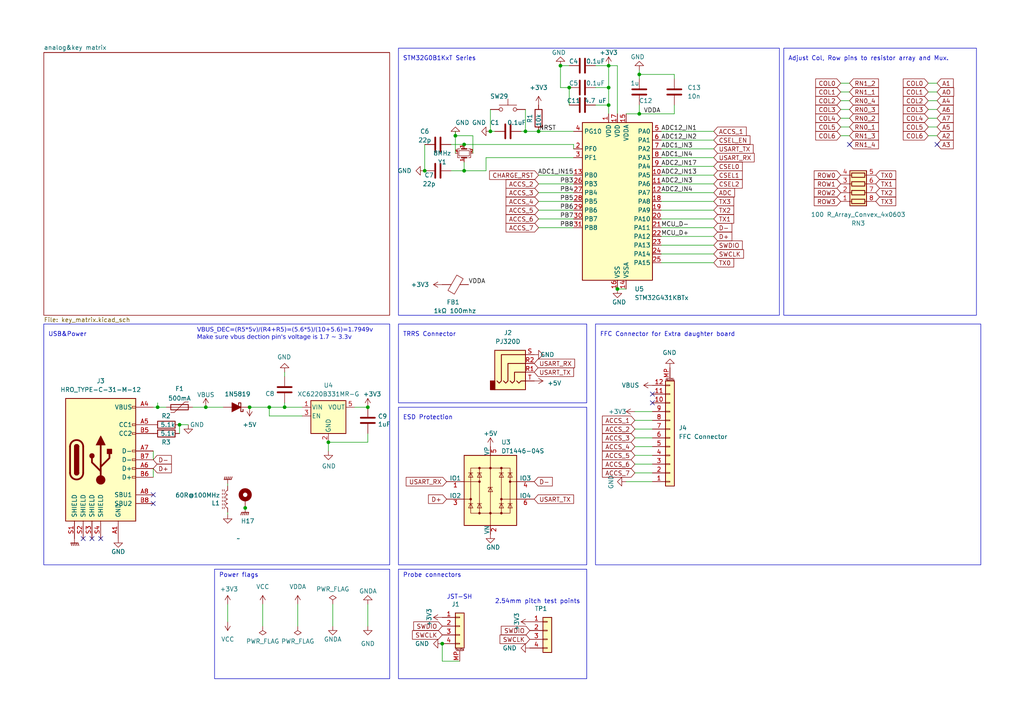
<source format=kicad_sch>
(kicad_sch (version 20230121) (generator eeschema)
  (paper "A4")
  (title_block (title "Corne EEC - Keyboard Right") (date "2023-07-18") (rev "1.0") (comment 2 "MIT License"))
  (lib_symbols
    (symbol "Connector_Audio:AudioJack4"
      (property "Reference" "J" (at 0 8.89 0))
      (property "Value" "AudioJack4" (at 0 6.35 0))
      (symbol "AudioJack4_1_1"
        (pin passive line (at 5.08 -2.54 180) (length 2.54) (name "~") (number "R1"))
        (pin passive line (at 5.08 0 180) (length 2.54) (name "~") (number "R2"))
        (pin passive line (at 5.08 2.54 180) (length 2.54) (name "~") (number "S"))
        (pin passive line (at 5.08 -5.08 180) (length 2.54) (name "~") (number "T"))
      )
    )
    (symbol "Connector_Generic:Conn_01x04" (pin_names (offset 1.016) hide)
      (property "Reference" "J" (at 0 5.08 0))
      (property "Value" "Conn_01x04" (at 0 -7.62 0))
      (symbol "Conn_01x04_1_1"
        (pin passive line (at -5.08 2.54 0) (length 3.81) (name "Pin_1") (number "1"))
        (pin passive line (at -5.08 0 0) (length 3.81) (name "Pin_2") (number "2"))
        (pin passive line (at -5.08 -2.54 0) (length 3.81) (name "Pin_3") (number "3"))
        (pin passive line (at -5.08 -5.08 0) (length 3.81) (name "Pin_4") (number "4"))
      )
    )
    (symbol "Connector_Generic_MountingPin:Conn_01x04_MountingPin" (pin_names (offset 1.016) hide)
      (property "Reference" "J" (at 0 5.08 0))
      (property "Value" "Conn_01x04_MountingPin" (at 1.27 -7.62 0))
      (symbol "Conn_01x04_MountingPin_1_1"
        (text "Mounting" (at 0 -6.731 0) (effects (font (size 0.381 0.381))))
        (pin passive line (at -5.08 2.54 0) (length 3.81) (name "Pin_1") (number "1"))
        (pin passive line (at -5.08 0 0) (length 3.81) (name "Pin_2") (number "2"))
        (pin passive line (at -5.08 -2.54 0) (length 3.81) (name "Pin_3") (number "3"))
        (pin passive line (at -5.08 -5.08 0) (length 3.81) (name "Pin_4") (number "4"))
        (pin passive line (at 0 -10.16 90) (length 3.048) (name "MountPin") (number "MP"))
      )
    )
    (symbol "Connector_Generic_MountingPin:Conn_01x12_MountingPin" (pin_names (offset 1.016) hide)
      (property "Reference" "J" (at 0 15.24 0))
      (property "Value" "Conn_01x12_MountingPin" (at 1.27 -17.78 0))
      (symbol "Conn_01x12_MountingPin_1_1"
        (text "Mounting" (at 0 -16.891 0) (effects (font (size 0.381 0.381))))
        (pin passive line (at -5.08 12.7 0) (length 3.81) (name "Pin_1") (number "1"))
        (pin passive line (at -5.08 -10.16 0) (length 3.81) (name "Pin_10") (number "10"))
        (pin passive line (at -5.08 -12.7 0) (length 3.81) (name "Pin_11") (number "11"))
        (pin passive line (at -5.08 -15.24 0) (length 3.81) (name "Pin_12") (number "12"))
        (pin passive line (at -5.08 10.16 0) (length 3.81) (name "Pin_2") (number "2"))
        (pin passive line (at -5.08 7.62 0) (length 3.81) (name "Pin_3") (number "3"))
        (pin passive line (at -5.08 5.08 0) (length 3.81) (name "Pin_4") (number "4"))
        (pin passive line (at -5.08 2.54 0) (length 3.81) (name "Pin_5") (number "5"))
        (pin passive line (at -5.08 0 0) (length 3.81) (name "Pin_6") (number "6"))
        (pin passive line (at -5.08 -2.54 0) (length 3.81) (name "Pin_7") (number "7"))
        (pin passive line (at -5.08 -5.08 0) (length 3.81) (name "Pin_8") (number "8"))
        (pin passive line (at -5.08 -7.62 0) (length 3.81) (name "Pin_9") (number "9"))
        (pin passive line (at 0 -20.32 90) (length 3.048) (name "MountPin") (number "MP"))
      )
    )
    (symbol "Device:C" (pin_numbers hide) (pin_names (offset 0.254))
      (property "Reference" "C" (at 0.635 2.54 0))
      (property "Value" "C" (at 0.635 -2.54 0))
      (symbol "C_1_1"
        (pin passive line (at 0 3.81 270) (length 2.794) (name "~") (number "1"))
        (pin passive line (at 0 -3.81 90) (length 2.794) (name "~") (number "2"))
      )
    )
    (symbol "Device:Crystal_GND24_Small" (pin_names (offset 1.016) hide)
      (property "Reference" "Y" (at 1.27 4.445 0))
      (property "Value" "Crystal_GND24_Small" (at 1.27 2.54 0))
      (symbol "Crystal_GND24_Small_1_1"
        (pin passive line (at -2.54 0 0) (length 1.27) (name "1") (number "1"))
        (pin passive line (at 0 -2.54 90) (length 0.635) (name "2") (number "2"))
        (pin passive line (at 2.54 0 180) (length 1.27) (name "3") (number "3"))
        (pin passive line (at 0 2.54 270) (length 0.635) (name "4") (number "4"))
      )
    )
    (symbol "Device:FerriteBead" (pin_numbers hide) (pin_names (offset 0))
      (property "Reference" "FB" (at -3.81 0.635 90))
      (property "Value" "FerriteBead" (at 3.81 0 90))
      (symbol "FerriteBead_1_1"
        (pin passive line (at 0 3.81 270) (length 2.54) (name "~") (number "1"))
        (pin passive line (at 0 -3.81 90) (length 2.54) (name "~") (number "2"))
      )
    )
    (symbol "Device:Polyfuse" (pin_numbers hide) (pin_names (offset 0))
      (property "Reference" "F" (at -2.54 0 90))
      (property "Value" "Polyfuse" (at 2.54 0 90))
      (symbol "Polyfuse_1_1"
        (pin passive line (at 0 3.81 270) (length 1.27) (name "~") (number "1"))
        (pin passive line (at 0 -3.81 90) (length 1.27) (name "~") (number "2"))
      )
    )
    (symbol "Device:R" (pin_numbers hide) (pin_names (offset 0))
      (property "Reference" "R" (at 2.032 0 90))
      (property "Value" "R" (at 0 0 90))
      (symbol "R_1_1"
        (pin passive line (at 0 3.81 270) (length 1.27) (name "~") (number "1"))
        (pin passive line (at 0 -3.81 90) (length 1.27) (name "~") (number "2"))
      )
    )
    (symbol "GNDPWR_1" (power) (pin_numbers hide) (pin_names (offset 0) hide)
      (property "Value" "GNDPWR_1" (at 0 -3.302 0))
      (symbol "GNDPWR_1_1_1"
        (pin power_in line (at 0 0 270) (length 0) hide (name "GNDPWR") (number "1"))
      )
    )
    (symbol "GND_1" (power) (pin_numbers hide) (pin_names (offset 0) hide)
      (property "Value" "GND_1" (at 0 -3.81 0))
      (symbol "GND_1_1_1"
        (pin power_in line (at 0 0 270) (length 0) hide (name "GND") (number "1"))
      )
    )
    (symbol "MCU_ST_STM32G4:STM32G431KBTx"
      (property "Reference" "U" (at -10.16 24.13 0))
      (property "Value" "STM32G431KBTx" (at 5.08 24.13 0))
      (symbol "STM32G431KBTx_1_1"
        (pin power_in line (at -2.54 25.4 270) (length 2.54) (name "VDD") (number "1"))
        (pin bidirectional line (at 12.7 7.62 180) (length 2.54) (name "PA5") (number "10"))
        (pin bidirectional line (at 12.7 5.08 180) (length 2.54) (name "PA6") (number "11"))
        (pin bidirectional line (at 12.7 2.54 180) (length 2.54) (name "PA7") (number "12"))
        (pin bidirectional line (at -12.7 7.62 0) (length 2.54) (name "PB0") (number "13"))
        (pin power_in line (at 2.54 -25.4 90) (length 2.54) (name "VSSA") (number "14"))
        (pin power_in line (at 2.54 25.4 270) (length 2.54) (name "VDDA") (number "15"))
        (pin power_in line (at 0 -25.4 90) (length 2.54) (name "VSS") (number "16"))
        (pin power_in line (at 0 25.4 270) (length 2.54) (name "VDD") (number "17"))
        (pin bidirectional line (at 12.7 0 180) (length 2.54) (name "PA8") (number "18"))
        (pin bidirectional line (at 12.7 -2.54 180) (length 2.54) (name "PA9") (number "19"))
        (pin bidirectional line (at -12.7 15.24 0) (length 2.54) (name "PF0") (number "2"))
        (pin bidirectional line (at 12.7 -5.08 180) (length 2.54) (name "PA10") (number "20"))
        (pin bidirectional line (at 12.7 -7.62 180) (length 2.54) (name "PA11") (number "21"))
        (pin bidirectional line (at 12.7 -10.16 180) (length 2.54) (name "PA12") (number "22"))
        (pin bidirectional line (at 12.7 -12.7 180) (length 2.54) (name "PA13") (number "23"))
        (pin bidirectional line (at 12.7 -15.24 180) (length 2.54) (name "PA14") (number "24"))
        (pin bidirectional line (at 12.7 -17.78 180) (length 2.54) (name "PA15") (number "25"))
        (pin bidirectional line (at -12.7 5.08 0) (length 2.54) (name "PB3") (number "26"))
        (pin bidirectional line (at -12.7 2.54 0) (length 2.54) (name "PB4") (number "27"))
        (pin bidirectional line (at -12.7 0 0) (length 2.54) (name "PB5") (number "28"))
        (pin bidirectional line (at -12.7 -2.54 0) (length 2.54) (name "PB6") (number "29"))
        (pin bidirectional line (at -12.7 12.7 0) (length 2.54) (name "PF1") (number "3"))
        (pin bidirectional line (at -12.7 -5.08 0) (length 2.54) (name "PB7") (number "30"))
        (pin bidirectional line (at -12.7 -7.62 0) (length 2.54) (name "PB8") (number "31"))
        (pin passive line (at 0 -25.4 90) (length 2.54) hide (name "VSS") (number "32"))
        (pin bidirectional line (at -12.7 20.32 0) (length 2.54) (name "PG10") (number "4"))
        (pin bidirectional line (at 12.7 20.32 180) (length 2.54) (name "PA0") (number "5"))
        (pin bidirectional line (at 12.7 17.78 180) (length 2.54) (name "PA1") (number "6"))
        (pin bidirectional line (at 12.7 15.24 180) (length 2.54) (name "PA2") (number "7"))
        (pin bidirectional line (at 12.7 12.7 180) (length 2.54) (name "PA3") (number "8"))
        (pin bidirectional line (at 12.7 10.16 180) (length 2.54) (name "PA4") (number "9"))
      )
    )
    (symbol "Mechanical:MountingHole_Pad" (pin_numbers hide) (pin_names (offset 1.016) hide)
      (property "Reference" "H" (at 0 6.35 0))
      (property "Value" "MountingHole_Pad" (at 0 4.445 0))
      (symbol "MountingHole_Pad_1_1"
        (pin input line (at 0 -2.54 90) (length 2.54) (name "1") (number "1"))
      )
    )
    (symbol "PCM_Diode_Schottky_AKL:1N5818" (pin_numbers hide) (pin_names (offset 1.016) hide)
      (property "Reference" "D" (at 0 5.08 0))
      (property "Value" "1N5818" (at 0 2.54 0))
      (symbol "1N5818_1_1"
        (pin passive line (at 3.81 0 180) (length 2.54) (name "K") (number "1"))
        (pin passive line (at -3.81 0 0) (length 2.54) (name "A") (number "2"))
      )
    )
    (symbol "PCM_Resistor_AKL:R_4x0612_Convex" (pin_names (offset 0.002) hide)
      (property "Reference" "RN" (at 5.08 1.27 0))
      (property "Value" "R_4x0612_Convex" (at 5.08 -1.27 0))
      (symbol "R_4x0612_Convex_1_1"
        (pin passive line (at -5.08 -5.08 90) (length 2.54) (name "R1.1") (number "1"))
        (pin passive line (at -2.54 -5.08 90) (length 2.54) (name "R2.1") (number "2"))
        (pin passive line (at 0 -5.08 90) (length 2.54) (name "R3.1") (number "3"))
        (pin passive line (at 2.54 -5.08 90) (length 2.54) (name "R4.1") (number "4"))
        (pin passive line (at 2.54 5.08 270) (length 2.54) (name "R4.2") (number "5"))
        (pin passive line (at 0 5.08 270) (length 2.54) (name "R3.2") (number "6"))
        (pin passive line (at -2.54 5.08 270) (length 2.54) (name "R2.2") (number "7"))
        (pin passive line (at -5.08 5.08 270) (length 2.54) (name "R1.2") (number "8"))
      )
    )
    (symbol "Power_Protection:SRV05-4" (pin_names (offset 0))
      (property "Reference" "U" (at -5.08 11.43 0))
      (property "Value" "SRV05-4" (at 2.54 11.43 0))
      (symbol "SRV05-4_1_1"
        (pin passive line (at -12.7 2.54 0) (length 5.08) (name "IO1") (number "1"))
        (pin passive line (at 0 -12.7 90) (length 2.54) (name "VN") (number "2"))
        (pin passive line (at -12.7 -2.54 0) (length 5.08) (name "IO2") (number "3"))
        (pin passive line (at 12.7 2.54 180) (length 5.08) (name "IO3") (number "4"))
        (pin passive line (at 0 12.7 270) (length 2.54) (name "VP") (number "5"))
        (pin passive line (at 12.7 -2.54 180) (length 5.08) (name "IO4") (number "6"))
      )
    )
    (symbol "Regulator_Linear:AP2112K-3.3" (pin_names (offset 0.254))
      (property "Reference" "U" (at -5.08 5.715 0))
      (property "Value" "AP2112K-3.3" (at 0 5.715 0))
      (symbol "AP2112K-3.3_1_1"
        (pin power_in line (at -7.62 2.54 0) (length 2.54) (name "VIN") (number "1"))
        (pin power_in line (at 0 -7.62 90) (length 2.54) (name "GND") (number "2"))
        (pin input line (at -7.62 0 0) (length 2.54) (name "EN") (number "3"))
        (pin no_connect line (at 5.08 0 180) (length 2.54) hide (name "NC") (number "4"))
        (pin power_out line (at 7.62 2.54 180) (length 2.54) (name "VOUT") (number "5"))
      )
    )
    (symbol "Switch:SW_Push" (pin_numbers hide) (pin_names (offset 1.016) hide)
      (property "Reference" "SW" (at 1.27 2.54 0))
      (property "Value" "SW_Push" (at 0 -1.524 0))
      (symbol "SW_Push_0_1"
        (pin passive line (at -5.08 0 0) (length 2.54) (name "1") (number "1"))
        (pin passive line (at 5.08 0 180) (length 2.54) (name "2") (number "2"))
      )
    )
    (symbol "Unified-Daughterboard-rescue:L_Core_Ferrite-Device" (pin_numbers hide) (pin_names (offset 1.016) hide)
      (property "Reference" "L" (at -1.27 0 90))
      (property "Value" "L_Core_Ferrite-Device" (at 2.794 0 90))
      (symbol "L_Core_Ferrite-Device_1_1"
        (pin passive line (at 0 3.81 270) (length 1.27) (name "1") (number "1"))
        (pin passive line (at 0 -3.81 90) (length 1.27) (name "2") (number "2"))
      )
    )
    (symbol "ec_parts:USB_C_Receptacle_USB2.0" (pin_names (offset 1.016))
      (property "Reference" "J3" (at 0 19.05 0))
      (property "Value" "HRO_TYPE-C-31-M-12" (at 0 20.32 0))
      (symbol "USB_C_Receptacle_USB2.0_1_1"
        (pin passive line (at 5.08 -22.86 90) (length 5.08) (name "GND") (number "A1"))
        (pin passive line (at 5.08 -22.86 90) (length 5.08) hide (name "GND") (number "A12"))
        (pin passive line (at 15.24 15.24 180) (length 5.08) (name "VBUS") (number "A4"))
        (pin bidirectional line (at 15.24 10.16 180) (length 5.08) (name "CC1") (number "A5"))
        (pin bidirectional line (at 15.24 -2.54 180) (length 5.08) (name "D+") (number "A6"))
        (pin bidirectional line (at 15.24 2.54 180) (length 5.08) (name "D-") (number "A7"))
        (pin bidirectional line (at 15.24 -10.16 180) (length 5.08) (name "SBU1") (number "A8"))
        (pin passive line (at 15.24 15.24 180) (length 5.08) hide (name "VBUS") (number "A9"))
        (pin passive line (at 5.08 -22.86 90) (length 5.08) hide (name "GND") (number "B1"))
        (pin passive line (at 5.08 -22.86 90) (length 5.08) hide (name "GND") (number "B12"))
        (pin passive line (at 15.24 15.24 180) (length 5.08) hide (name "VBUS") (number "B4"))
        (pin bidirectional line (at 15.24 7.62 180) (length 5.08) (name "CC2") (number "B5"))
        (pin bidirectional line (at 15.24 -5.08 180) (length 5.08) (name "D+") (number "B6"))
        (pin bidirectional line (at 15.24 0 180) (length 5.08) (name "D-") (number "B7"))
        (pin bidirectional line (at 15.24 -12.7 180) (length 5.08) (name "SBU2") (number "B8"))
        (pin passive line (at 15.24 15.24 180) (length 5.08) hide (name "VBUS") (number "B9"))
        (pin passive line (at -7.62 -22.86 90) (length 5.08) (name "SHIELD") (number "S1"))
        (pin passive line (at -5.08 -22.86 90) (length 5.08) (name "SHIELD") (number "S2"))
        (pin passive line (at -2.54 -22.86 90) (length 5.08) (name "SHIELD") (number "S3"))
        (pin passive line (at 0 -22.86 90) (length 5.08) (name "SHIELD") (number "S4"))
      )
    )
    (symbol "nrfmicro-rescue:GND" (power) (pin_names (offset 0))
      (property "Value" "GND" (at 0 -3.81 0))
      (symbol "GND_1_1"
        (pin power_in line (at 0 0 270) (length 0) hide (name "GND") (number "1"))
      )
    )
    (symbol "power:+3.3V" (power) (pin_names (offset 0))
      (property "Value" "+3.3V" (at 0 3.556 0))
      (symbol "+3.3V_1_1"
        (pin power_in line (at 0 0 90) (length 0) hide (name "+3V3") (number "1"))
      )
    )
    (symbol "power:+3V3" (power) (pin_names (offset 0))
      (property "Value" "+3V3" (at 0 3.556 0))
      (symbol "+3V3_1_1"
        (pin power_in line (at 0 0 90) (length 0) hide (name "+3V3") (number "1"))
      )
    )
    (symbol "power:+5V" (power) (pin_names (offset 0))
      (property "Value" "+5V" (at 0 3.556 0))
      (symbol "+5V_1_1"
        (pin power_in line (at 0 0 90) (length 0) hide (name "+5V") (number "1"))
      )
    )
    (symbol "power:GND" (power) (pin_names (offset 0))
      (property "Value" "GND" (at 0 -3.81 0))
      (symbol "GND_1_1"
        (pin power_in line (at 0 0 270) (length 0) hide (name "GND") (number "1"))
      )
    )
    (symbol "power:GNDA" (power) (pin_names (offset 0))
      (property "Value" "GNDA" (at 0 -3.81 0))
      (symbol "GNDA_1_1"
        (pin power_in line (at 0 0 270) (length 0) hide (name "GNDA") (number "1"))
      )
    )
    (symbol "power:PWR_FLAG" (power) (pin_numbers hide) (pin_names (offset 0) hide)
      (property "Value" "PWR_FLAG" (at 0 3.81 0))
      (symbol "PWR_FLAG_0_0"
        (pin power_out line (at 0 0 90) (length 0) (name "pwr") (number "1"))
      )
    )
    (symbol "power:VBUS" (power) (pin_names (offset 0))
      (property "Value" "VBUS" (at 0 3.81 0))
      (symbol "VBUS_1_1"
        (pin power_in line (at 0 0 90) (length 0) hide (name "VBUS") (number "1"))
      )
    )
    (symbol "power:VCC" (power) (pin_names (offset 0))
      (property "Value" "VCC" (at 0 3.81 0))
      (symbol "VCC_1_1"
        (pin power_in line (at 0 0 90) (length 0) hide (name "VCC") (number "1"))
      )
    )
    (symbol "power:VDDA" (power) (pin_names (offset 0))
      (property "Value" "VDDA" (at 0 3.81 0))
      (symbol "VDDA_1_1"
        (pin power_in line (at 0 0 90) (length 0) hide (name "VDDA") (number "1"))
      )
    )
  )
  (junction (at 59.69 118.11))
  (junction (at 106.68 118.11))
  (junction (at 132.08 39.37))
  (junction (at 185.42 33.02))
  (junction (at 134.62 41.91))
  (junction (at 123.19 49.53))
  (junction (at 95.25 128.27))
  (junction (at 128.27 186.69))
  (junction (at 82.55 118.11))
  (junction (at 71.12 147.32))
  (junction (at 78.105 118.11))
  (junction (at 162.56 19.05))
  (junction (at 176.53 25.4))
  (junction (at 156.21 38.1))
  (junction (at 165.1 25.4))
  (junction (at 152.4 38.1))
  (junction (at 179.07 83.82))
  (junction (at 72.39 118.11))
  (junction (at 185.42 21.59))
  (junction (at 134.62 49.53))
  (junction (at 176.53 19.05))
  (junction (at 142.24 38.1))
  (junction (at 52.07 123.19))
  (junction (at 176.53 30.48))
  (junction (at 45.72 118.11))
  (no_connect (at 189.23 114.3))
  (no_connect (at 44.45 146.05))
  (no_connect (at 744.22 33.02))
  (no_connect (at 246.38 41.91))
  (no_connect (at 26.67 156.21))
  (no_connect (at 271.78 41.91))
  (no_connect (at 24.13 156.21))
  (no_connect (at 189.23 116.84))
  (no_connect (at 29.21 156.21))
  (no_connect (at 386.08 -66.04))
  (no_connect (at 44.45 143.51))
  (wire (pts (xy 191.77 38.1) (xy 207.01 38.1)))
  (wire (pts (xy 246.38 29.21) (xy 243.84 29.21)))
  (wire (pts (xy 207.01 71.12) (xy 191.77 71.12)))
  (wire (pts (xy 48.26 118.11) (xy 45.72 118.11)))
  (wire (pts (xy 44.45 135.89) (xy 44.45 138.43)))
  (wire (pts (xy 132.08 38.1) (xy 132.08 39.37)))
  (wire (pts (xy 134.62 49.53) (xy 140.97 49.53)))
  (wire (pts (xy 184.15 124.46) (xy 189.23 124.46)))
  (wire (pts (xy 134.62 41.91) (xy 166.37 41.91)))
  (wire (pts (xy 181.61 33.02) (xy 185.42 33.02)))
  (wire (pts (xy 72.39 118.11) (xy 78.105 118.11)))
  (wire (pts (xy 166.37 41.91) (xy 166.37 43.18)))
  (wire (pts (xy 195.58 21.59) (xy 185.42 21.59)))
  (wire (pts (xy 191.77 53.34) (xy 207.01 53.34)))
  (wire (pts (xy 184.15 132.08) (xy 189.23 132.08)))
  (wire (pts (xy 140.97 45.72) (xy 166.37 45.72)))
  (wire (pts (xy 207.01 76.2) (xy 191.77 76.2)))
  (wire (pts (xy 246.38 36.83) (xy 243.84 36.83)))
  (wire (pts (xy 191.77 60.96) (xy 207.01 60.96)))
  (wire (pts (xy 137.16 44.45) (xy 137.16 39.37)))
  (wire (pts (xy 82.55 116.84) (xy 82.55 118.11)))
  (wire (pts (xy 66.04 180.34) (xy 66.04 175.26)))
  (wire (pts (xy 271.78 39.37) (xy 269.24 39.37)))
  (wire (pts (xy 191.77 63.5) (xy 207.01 63.5)))
  (wire (pts (xy 185.42 33.02) (xy 195.58 33.02)))
  (wire (pts (xy 191.77 43.18) (xy 207.01 43.18)))
  (wire (pts (xy 165.1 25.4) (xy 162.56 25.4)))
  (wire (pts (xy 184.15 127) (xy 189.23 127)))
  (wire (pts (xy 176.53 30.48) (xy 176.53 33.02)))
  (wire (pts (xy 78.105 118.11) (xy 82.55 118.11)))
  (wire (pts (xy 184.15 121.92) (xy 189.23 121.92)))
  (wire (pts (xy 184.15 119.38) (xy 189.23 119.38)))
  (wire (pts (xy 78.105 120.65) (xy 78.105 118.11)))
  (wire (pts (xy 162.56 19.05) (xy 165.1 19.05)))
  (wire (pts (xy 246.38 34.29) (xy 243.84 34.29)))
  (wire (pts (xy 76.2 175.26) (xy 76.2 181.61)))
  (wire (pts (xy 130.81 49.53) (xy 134.62 49.53)))
  (wire (pts (xy 44.45 130.81) (xy 44.45 133.35)))
  (wire (pts (xy 246.38 39.37) (xy 243.84 39.37)))
  (wire (pts (xy 87.63 120.65) (xy 78.105 120.65)))
  (wire (pts (xy 45.72 118.11) (xy 44.45 118.11)))
  (wire (pts (xy 271.78 31.75) (xy 269.24 31.75)))
  (wire (pts (xy 179.07 83.82) (xy 181.61 83.82)))
  (wire (pts (xy 176.53 19.05) (xy 176.53 25.4)))
  (wire (pts (xy 191.77 50.8) (xy 207.01 50.8)))
  (wire (pts (xy 185.42 21.59) (xy 185.42 20.32)))
  (wire (pts (xy 66.04 149.225) (xy 66.04 148.59)))
  (wire (pts (xy 271.78 29.21) (xy 269.24 29.21)))
  (wire (pts (xy 195.58 30.48) (xy 195.58 33.02)))
  (wire (pts (xy 172.72 25.4) (xy 176.53 25.4)))
  (wire (pts (xy 191.77 58.42) (xy 207.01 58.42)))
  (wire (pts (xy 140.97 45.72) (xy 140.97 49.53)))
  (wire (pts (xy 59.69 118.11) (xy 64.77 118.11)))
  (wire (pts (xy 137.16 39.37) (xy 132.08 39.37)))
  (wire (pts (xy 55.88 118.11) (xy 59.69 118.11)))
  (wire (pts (xy 207.01 66.04) (xy 191.77 66.04)))
  (wire (pts (xy 54.61 123.19) (xy 52.07 123.19)))
  (wire (pts (xy 172.72 19.05) (xy 176.53 19.05)))
  (wire (pts (xy 191.77 40.64) (xy 207.01 40.64)))
  (wire (pts (xy 246.38 26.67) (xy 243.84 26.67)))
  (wire (pts (xy 185.42 33.02) (xy 185.42 30.48)))
  (wire (pts (xy 207.01 45.72) (xy 191.77 45.72)))
  (wire (pts (xy 86.36 175.26) (xy 86.36 181.61)))
  (wire (pts (xy 207.01 73.66) (xy 191.77 73.66)))
  (wire (pts (xy 207.01 68.58) (xy 191.77 68.58)))
  (wire (pts (xy 134.62 46.99) (xy 134.62 49.53)))
  (wire (pts (xy 271.78 34.29) (xy 269.24 34.29)))
  (wire (pts (xy 156.21 38.1) (xy 166.37 38.1)))
  (wire (pts (xy 66.04 140.97) (xy 66.04 140.335)))
  (wire (pts (xy 172.72 30.48) (xy 176.53 30.48)))
  (wire (pts (xy 156.21 66.04) (xy 166.37 66.04)))
  (wire (pts (xy 106.68 125.73) (xy 106.68 128.27)))
  (wire (pts (xy 156.21 58.42) (xy 166.37 58.42)))
  (wire (pts (xy 130.81 41.91) (xy 134.62 41.91)))
  (wire (pts (xy 45.72 116.84) (xy 45.72 118.11)))
  (wire (pts (xy 207.01 55.88) (xy 191.77 55.88)))
  (wire (pts (xy 184.15 134.62) (xy 189.23 134.62)))
  (wire (pts (xy 162.56 19.05) (xy 162.56 25.4)))
  (wire (pts (xy 142.24 38.1) (xy 142.24 31.75)))
  (wire (pts (xy 156.21 60.96) (xy 166.37 60.96)))
  (wire (pts (xy 143.51 38.1) (xy 142.24 38.1)))
  (wire (pts (xy 152.4 31.75) (xy 152.4 38.1)))
  (wire (pts (xy 184.15 129.54) (xy 189.23 129.54)))
  (wire (pts (xy 246.38 24.13) (xy 243.84 24.13)))
  (wire (pts (xy 156.21 55.88) (xy 166.37 55.88)))
  (wire (pts (xy 156.21 53.34) (xy 166.37 53.34)))
  (wire (pts (xy 52.07 123.19) (xy 52.07 125.73)))
  (wire (pts (xy 179.07 19.05) (xy 179.07 33.02)))
  (wire (pts (xy 179.07 19.05) (xy 176.53 19.05)))
  (wire (pts (xy 156.21 50.8) (xy 166.37 50.8)))
  (wire (pts (xy 271.78 24.13) (xy 269.24 24.13)))
  (wire (pts (xy 96.52 175.26) (xy 96.52 181.61)))
  (wire (pts (xy 181.61 139.7) (xy 189.23 139.7)))
  (wire (pts (xy 95.25 130.81) (xy 95.25 128.27)))
  (wire (pts (xy 82.55 107.95) (xy 82.55 109.22)))
  (wire (pts (xy 151.13 38.1) (xy 152.4 38.1)))
  (wire (pts (xy 106.68 128.27) (xy 95.25 128.27)))
  (wire (pts (xy 87.63 118.11) (xy 82.55 118.11)))
  (wire (pts (xy 184.15 137.16) (xy 189.23 137.16)))
  (wire (pts (xy 133.35 191.77) (xy 128.27 191.77)))
  (wire (pts (xy 185.42 22.86) (xy 185.42 21.59)))
  (wire (pts (xy 102.87 118.11) (xy 106.68 118.11)))
  (wire (pts (xy 191.77 48.26) (xy 207.01 48.26)))
  (wire (pts (xy 165.1 25.4) (xy 165.1 30.48)))
  (wire (pts (xy 123.19 49.53) (xy 123.19 41.91)))
  (wire (pts (xy 132.08 39.37) (xy 132.08 44.45)))
  (wire (pts (xy 152.4 38.1) (xy 156.21 38.1)))
  (wire (pts (xy 176.53 25.4) (xy 176.53 30.48)))
  (wire (pts (xy 128.27 191.77) (xy 128.27 186.69)))
  (wire (pts (xy 106.68 181.61) (xy 106.68 175.26)))
  (wire (pts (xy 271.78 36.83) (xy 269.24 36.83)))
  (wire (pts (xy 71.12 147.955) (xy 71.12 147.32)))
  (wire (pts (xy 156.21 63.5) (xy 166.37 63.5)))
  (wire (pts (xy 195.58 22.86) (xy 195.58 21.59)))
  (wire (pts (xy 271.78 26.67) (xy 269.24 26.67)))
  (wire (pts (xy 246.38 31.75) (xy 243.84 31.75)))
  (rectangle (start 115.57 118.11) (end 170.18 163.83))
  (rectangle (start 115.57 165.1) (end 170.18 196.85))
  (rectangle (start 115.57 13.97) (end 226.06 91.44))
  (rectangle (start 62.23 165.1) (end 113.03 196.85))
  (rectangle (start 115.57 93.98) (end 170.18 116.84))
  (rectangle (start 172.72 93.98) (end 284.48 163.83))
  (rectangle (start 227.33 13.97) (end 283.21 91.44))
  (rectangle (start 12.7 93.98) (end 113.03 163.83))
  (text "FFC Connector for Extra daughter board" (at 173.99 97.79 0) (effects (font (size 1.27 1.27)) (justify left bottom)))
  (text "Probe connectors" (at 116.84 167.64 0) (effects (font (size 1.27 1.27)) (justify left bottom)))
  (text "TRRS Connector" (at 116.84 97.79 0) (effects (font (size 1.27 1.27)) (justify left bottom)))
  (text "USB&Power" (at 13.97 97.79 0) (effects (font (size 1.27 1.27)) (justify left bottom)))
  (text "JST-SH" (at 129.54 173.99 0) (effects (font (size 1.27 1.27)) (justify left bottom)))
  (text "ESD Protection" (at 116.84 121.92 0) (effects (font (size 1.27 1.27)) (justify left bottom)))
  (text "Adjust Col, Row pins to resistor array and Mux.\n" (at 228.6 17.78 0) (effects (font (size 1.27 1.27)) (justify left bottom)))
  (text "STM32G0B1KxT Series" (at 116.84 17.78 0) (effects (font (size 1.27 1.27)) (justify left bottom)))
  (text "VBUS_DEC=(R5*5v)/(R4+R5)=(5.6*5)/(10+5.6)=1.7949v\nMake sure vbus dection pin's voltage is 1.7 ~ 3.3v" (at 57.15 99.06 0) (effects (font (size 1.27 1.27)) (justify left bottom)))
  (text "2.54mm pitch test points" (at 143.51 175.26 0) (effects (font (size 1.27 1.27)) (justify left bottom)))
  (text "Power flags\n" (at 63.5 167.64 0) (effects (font (size 1.27 1.27)) (justify left bottom)))
  (label "VDDA" (at 135.89 82.55 0))
  (label "PB3" (at 166.37 53.34 180))
  (label "MCU_D-" (at 191.77 66.04 0))
  (label "ADC2_IN4" (at 191.77 55.88 0))
  (label "ADC12_IN2" (at 191.77 40.64 0))
  (label "ADC2_IN13" (at 191.77 50.8 0))
  (label "PB4" (at 166.37 55.88 180))
  (label "ADC1_IN3" (at 191.77 43.18 0))
  (label "PB8" (at 166.37 66.04 180))
  (label "MCU_D+" (at 191.77 68.58 0))
  (label "PB6" (at 166.37 60.96 180))
  (label "PB7" (at 166.37 63.5 180))
  (label "ADC2_IN3" (at 191.77 53.34 0))
  (label "ADC1_IN15" (at 166.37 50.8 180))
  (label "ADC2_IN17" (at 191.77 48.26 0))
  (label "PB5" (at 166.37 58.42 180))
  (label "ADC1_IN4" (at 191.77 45.72 0))
  (label "VDDA" (at 186.69 33.02 0))
  (label "NRST" (at 161.29 38.1 180))
  (label "ADC12_IN1" (at 191.77 38.1 0))
  (global_label "USART_RX" (shape input) (at 207.01 45.72 0) (property "Intersheetrefs" "${INTERSHEET_REFS}" (effects hide)))
  (global_label "AO" (shape input) (at 271.78 26.67 0) (property "Intersheetrefs" "${INTERSHEET_REFS}" (effects hide)))
  (global_label "ACCS_1" (shape input) (at 207.01 38.1 0) (property "Intersheetrefs" "${INTERSHEET_REFS}" (effects hide)))
  (global_label "D+" (shape input) (at 44.45 135.89 0) (property "Intersheetrefs" "${INTERSHEET_REFS}" (effects hide)))
  (global_label "ACCS_7" (shape input) (at 156.21 66.04 180) (property "Intersheetrefs" "${INTERSHEET_REFS}" (effects hide)))
  (global_label "ACCS_4" (shape input) (at 156.21 58.42 180) (property "Intersheetrefs" "${INTERSHEET_REFS}" (effects hide)))
  (global_label "ROW3" (shape input) (at 243.84 58.42 180) (property "Intersheetrefs" "${INTERSHEET_REFS}" (effects hide)))
  (global_label "COL2" (shape input) (at 243.84 29.21 180) (property "Intersheetrefs" "${INTERSHEET_REFS}" (effects hide)))
  (global_label "SWDIO" (shape input) (at 207.01 71.12 0) (property "Intersheetrefs" "${INTERSHEET_REFS}" (effects hide)))
  (global_label "ACCS_5" (shape input) (at 156.21 60.96 180) (property "Intersheetrefs" "${INTERSHEET_REFS}" (effects hide)))
  (global_label "SWCLK" (shape input) (at 207.01 73.66 0) (property "Intersheetrefs" "${INTERSHEET_REFS}" (effects hide)))
  (global_label "COL4" (shape input) (at 269.24 34.29 180) (property "Intersheetrefs" "${INTERSHEET_REFS}" (effects hide)))
  (global_label "A7" (shape input) (at 271.78 34.29 0) (property "Intersheetrefs" "${INTERSHEET_REFS}" (effects hide)))
  (global_label "D+" (shape input) (at 207.01 68.58 0) (property "Intersheetrefs" "${INTERSHEET_REFS}" (effects hide)))
  (global_label "USART_RX" (shape input) (at 154.94 105.41 0) (property "Intersheetrefs" "${INTERSHEET_REFS}" (effects hide)))
  (global_label "COL1" (shape input) (at 269.24 26.67 180) (property "Intersheetrefs" "${INTERSHEET_REFS}" (effects hide)))
  (global_label "TX3" (shape input) (at 207.01 58.42 0) (property "Intersheetrefs" "${INTERSHEET_REFS}" (effects hide)))
  (global_label "RN0_4" (shape input) (at 246.38 29.21 0) (property "Intersheetrefs" "${INTERSHEET_REFS}" (effects hide)))
  (global_label "CSEL_EN" (shape input) (at 207.01 40.64 0) (property "Intersheetrefs" "${INTERSHEET_REFS}" (effects hide)))
  (global_label "TX0" (shape input) (at 254 50.8 0) (property "Intersheetrefs" "${INTERSHEET_REFS}" (effects hide)))
  (global_label "A5" (shape input) (at 271.78 36.83 0) (property "Intersheetrefs" "${INTERSHEET_REFS}" (effects hide)))
  (global_label "COL2" (shape input) (at 269.24 29.21 180) (property "Intersheetrefs" "${INTERSHEET_REFS}" (effects hide)))
  (global_label "ACCS_6" (shape input) (at 156.21 63.5 180) (property "Intersheetrefs" "${INTERSHEET_REFS}" (effects hide)))
  (global_label "D-" (shape input) (at 44.45 133.35 0) (property "Intersheetrefs" "${INTERSHEET_REFS}" (effects hide)))
  (global_label "COL0" (shape input) (at 269.24 24.13 180) (property "Intersheetrefs" "${INTERSHEET_REFS}" (effects hide)))
  (global_label "COL1" (shape input) (at 243.84 26.67 180) (property "Intersheetrefs" "${INTERSHEET_REFS}" (effects hide)))
  (global_label "TX0" (shape input) (at 207.01 76.2 0) (property "Intersheetrefs" "${INTERSHEET_REFS}" (effects hide)))
  (global_label "D-" (shape input) (at 207.01 66.04 0) (property "Intersheetrefs" "${INTERSHEET_REFS}" (effects hide)))
  (global_label "TX1" (shape input) (at 254 53.34 0) (property "Intersheetrefs" "${INTERSHEET_REFS}" (effects hide)))
  (global_label "ACCS_7" (shape input) (at 184.15 137.16 180) (property "Intersheetrefs" "${INTERSHEET_REFS}" (effects hide)))
  (global_label "D-" (shape input) (at 154.94 139.7 0) (property "Intersheetrefs" "${INTERSHEET_REFS}" (effects hide)))
  (global_label "ACCS_3" (shape input) (at 184.15 127 180) (property "Intersheetrefs" "${INTERSHEET_REFS}" (effects hide)))
  (global_label "SWDIO" (shape input) (at 128.27 181.61 180) (property "Intersheetrefs" "${INTERSHEET_REFS}" (effects hide)))
  (global_label "SWCLK" (shape input) (at 153.67 185.42 180) (property "Intersheetrefs" "${INTERSHEET_REFS}" (effects hide)))
  (global_label "RN1_3" (shape input) (at 246.38 39.37 0) (property "Intersheetrefs" "${INTERSHEET_REFS}" (effects hide)))
  (global_label "RN0_1" (shape input) (at 246.38 36.83 0) (property "Intersheetrefs" "${INTERSHEET_REFS}" (effects hide)))
  (global_label "RN1_1" (shape input) (at 246.38 26.67 0) (property "Intersheetrefs" "${INTERSHEET_REFS}" (effects hide)))
  (global_label "COL0" (shape input) (at 243.84 24.13 180) (property "Intersheetrefs" "${INTERSHEET_REFS}" (effects hide)))
  (global_label "USART_TX" (shape input) (at 154.94 144.78 0) (property "Intersheetrefs" "${INTERSHEET_REFS}" (effects hide)))
  (global_label "COL3" (shape input) (at 269.24 31.75 180) (property "Intersheetrefs" "${INTERSHEET_REFS}" (effects hide)))
  (global_label "USART_TX" (shape input) (at 154.94 107.95 0) (property "Intersheetrefs" "${INTERSHEET_REFS}" (effects hide)))
  (global_label "COL3" (shape input) (at 243.84 31.75 180) (property "Intersheetrefs" "${INTERSHEET_REFS}" (effects hide)))
  (global_label "RN1_2" (shape input) (at 246.38 24.13 0) (property "Intersheetrefs" "${INTERSHEET_REFS}" (effects hide)))
  (global_label "A6" (shape input) (at 271.78 31.75 0) (property "Intersheetrefs" "${INTERSHEET_REFS}" (effects hide)))
  (global_label "SWCLK" (shape input) (at 128.27 184.15 180) (property "Intersheetrefs" "${INTERSHEET_REFS}" (effects hide)))
  (global_label "A2" (shape input) (at 271.78 39.37 0) (property "Intersheetrefs" "${INTERSHEET_REFS}" (effects hide)))
  (global_label "A3" (shape input) (at 271.78 41.91 0) (property "Intersheetrefs" "${INTERSHEET_REFS}" (effects hide)))
  (global_label "USART_RX" (shape input) (at 129.54 139.7 180) (property "Intersheetrefs" "${INTERSHEET_REFS}" (effects hide)))
  (global_label "TX2" (shape input) (at 254 55.88 0) (property "Intersheetrefs" "${INTERSHEET_REFS}" (effects hide)))
  (global_label "TX3" (shape input) (at 254 58.42 0) (property "Intersheetrefs" "${INTERSHEET_REFS}" (effects hide)))
  (global_label "ACCS_2" (shape input) (at 156.21 53.34 180) (property "Intersheetrefs" "${INTERSHEET_REFS}" (effects hide)))
  (global_label "A1" (shape input) (at 271.78 24.13 0) (property "Intersheetrefs" "${INTERSHEET_REFS}" (effects hide)))
  (global_label "COL4" (shape input) (at 243.84 34.29 180) (property "Intersheetrefs" "${INTERSHEET_REFS}" (effects hide)))
  (global_label "USART_TX" (shape input) (at 207.01 43.18 0) (property "Intersheetrefs" "${INTERSHEET_REFS}" (effects hide)))
  (global_label "ADC" (shape input) (at 207.01 55.88 0) (property "Intersheetrefs" "${INTERSHEET_REFS}" (effects hide)))
  (global_label "CSEL1" (shape input) (at 207.01 50.8 0) (property "Intersheetrefs" "${INTERSHEET_REFS}" (effects hide)))
  (global_label "COL6" (shape input) (at 269.24 39.37 180) (property "Intersheetrefs" "${INTERSHEET_REFS}" (effects hide)))
  (global_label "CSEL2" (shape input) (at 207.01 53.34 0) (property "Intersheetrefs" "${INTERSHEET_REFS}" (effects hide)))
  (global_label "RN0_3" (shape input) (at 246.38 31.75 0) (property "Intersheetrefs" "${INTERSHEET_REFS}" (effects hide)))
  (global_label "ACCS_4" (shape input) (at 184.15 129.54 180) (property "Intersheetrefs" "${INTERSHEET_REFS}" (effects hide)))
  (global_label "ROW2" (shape input) (at 243.84 55.88 180) (property "Intersheetrefs" "${INTERSHEET_REFS}" (effects hide)))
  (global_label "SWDIO" (shape input) (at 153.67 182.88 180) (property "Intersheetrefs" "${INTERSHEET_REFS}" (effects hide)))
  (global_label "TX1" (shape input) (at 207.01 63.5 0) (property "Intersheetrefs" "${INTERSHEET_REFS}" (effects hide)))
  (global_label "CSEL0" (shape input) (at 207.01 48.26 0) (property "Intersheetrefs" "${INTERSHEET_REFS}" (effects hide)))
  (global_label "A4" (shape input) (at 271.78 29.21 0) (property "Intersheetrefs" "${INTERSHEET_REFS}" (effects hide)))
  (global_label "COL6" (shape input) (at 243.84 39.37 180) (property "Intersheetrefs" "${INTERSHEET_REFS}" (effects hide)))
  (global_label "RN1_4" (shape input) (at 246.38 41.91 0) (property "Intersheetrefs" "${INTERSHEET_REFS}" (effects hide)))
  (global_label "ACCS_2" (shape input) (at 184.15 124.46 180) (property "Intersheetrefs" "${INTERSHEET_REFS}" (effects hide)))
  (global_label "ACCS_6" (shape input) (at 184.15 134.62 180) (property "Intersheetrefs" "${INTERSHEET_REFS}" (effects hide)))
  (global_label "ACCS_5" (shape input) (at 184.15 132.08 180) (property "Intersheetrefs" "${INTERSHEET_REFS}" (effects hide)))
  (global_label "CHARGE_RST" (shape input) (at 156.21 50.8 180) (property "Intersheetrefs" "${INTERSHEET_REFS}" (effects hide)))
  (global_label "COL5" (shape input) (at 243.84 36.83 180) (property "Intersheetrefs" "${INTERSHEET_REFS}" (effects hide)))
  (global_label "ROW0" (shape input) (at 243.84 50.8 180) (property "Intersheetrefs" "${INTERSHEET_REFS}" (effects hide)))
  (global_label "ROW1" (shape input) (at 243.84 53.34 180) (property "Intersheetrefs" "${INTERSHEET_REFS}" (effects hide)))
  (global_label "D+" (shape input) (at 129.54 144.78 180) (property "Intersheetrefs" "${INTERSHEET_REFS}" (effects hide)))
  (global_label "RN0_2" (shape input) (at 246.38 34.29 0) (property "Intersheetrefs" "${INTERSHEET_REFS}" (effects hide)))
  (global_label "TX2" (shape input) (at 207.01 60.96 0) (property "Intersheetrefs" "${INTERSHEET_REFS}" (effects hide)))
  (global_label "ACCS_1" (shape input) (at 184.15 121.92 180) (property "Intersheetrefs" "${INTERSHEET_REFS}" (effects hide)))
  (global_label "COL5" (shape input) (at 269.24 36.83 180) (property "Intersheetrefs" "${INTERSHEET_REFS}" (effects hide)))
  (global_label "ACCS_3" (shape input) (at 156.21 55.88 180) (property "Intersheetrefs" "${INTERSHEET_REFS}" (effects hide)))
  (symbol (lib_id "power:PWR_FLAG") (at 96.52 175.26 0) (unit 1)
    (property "Reference" "#FLG01" (effects hide))
    (property "Value" "PWR_FLAG" (at 96.52 170.8658 0))
  )
  (symbol (lib_id "nrfmicro-rescue:GND") (at 106.68 181.61 0) (unit 1)
    (property "Reference" "#PWR041" (effects hide))
    (property "Value" "GND" (at 106.68 186.69 0))
  )
  (symbol (lib_id "power:GND") (at 185.42 20.32 180) (unit 1)
    (property "Reference" "#PWR046" (effects hide))
    (property "Value" "GND" (at 182.88 16.51 0) (effects (justify right)))
  )
  (symbol (lib_name "GNDPWR_1") (lib_id "power:GNDPWR") (at 66.04 140.335 180) (unit 1)
    (property "Reference" "#PWR018" (effects hide))
    (property "Value" "GNDPWR" (effects hide))
  )
  (symbol (lib_id "Device:C") (at 106.68 121.92 0) (unit 1)
    (property "Reference" "C9" (at 109.601 120.7516 0) (effects (justify left)))
    (property "Value" "1uF" (at 109.601 123.063 0) (effects (justify left)))
    (property "Footprint" "PCM_Capacitor_SMD_AKL:C_0603_1608Metric_Pad1.05x0.95mm" (effects hide))
    (property "Digi-Key_PN" "1276-6524-1-ND" (effects hide))
  )
  (symbol (lib_id "Device:Crystal_GND24_Small") (at 134.62 44.45 90) (unit 1)
    (property "Reference" "Y1" (at 128.27 46.99 90))
    (property "Value" "8MHz" (at 128.27 44.45 90))
    (property "Footprint" "PCM_Crystal_Handsoldering_AKL:Crystal_SMD_2520-4Pin_2.5x2.0mm" (effects hide))
  )
  (symbol (lib_id "power:+3.3V") (at 128.27 82.55 90) (unit 1)
    (property "Reference" "#PWR049" (effects hide))
    (property "Value" "+3.3V" (at 124.46 82.5499 90) (effects (justify left)))
  )
  (symbol (lib_id "Connector_Generic:Conn_01x04") (at 158.75 182.88 0) (unit 1)
    (property "Reference" "TP1" (at 158.75 176.53 0) (effects (justify right)))
    (property "Footprint" "ec_parts:PinHeader_1x04_P2.54mm_test_pad" (effects hide))
  )
  (symbol (lib_id "power:GNDA") (at 96.52 181.61 0) (unit 1)
    (property "Reference" "#PWR04" (effects hide))
    (property "Value" "GNDA" (at 96.52 185.42 0))
  )
  (symbol (lib_id "MCU_ST_STM32G4:STM32G431KBTx") (at 179.07 58.42 0) (unit 1)
    (property "Reference" "U5" (at 184.0356 83.82 0) (effects (justify left)))
    (property "Value" "STM32G431KBTx" (at 184.0356 86.36 0) (effects (justify left)))
    (property "Footprint" "Package_QFP:LQFP-32_7x7mm_P0.8mm" (effects hide))
    (property "Datasheet" "https://www.st.com/resource/en/datasheet/stm32g431kb.pdf" (effects hide))
  )
  (symbol (lib_id "Device:Polyfuse") (at 52.07 118.11 270) (unit 1)
    (property "Reference" "F1" (at 52.07 112.7465 90))
    (property "Value" "500mA" (at 52.07 115.5216 90))
    (property "Footprint" "PCM_Fuse_AKL:Fuse_1206_3216Metric" (effects hide))
    (property "LCSC" "C70076" (effects hide))
  )
  (symbol (lib_id "Device:FerriteBead") (at 132.08 82.55 270) (unit 1)
    (property "Reference" "FB1" (at 129.54 87.63 90) (effects (justify left)))
    (property "Value" "1kΩ 100mhz" (at 125.73 90.17 90) (effects (justify left)))
    (property "Footprint" "Inductor_SMD:L_0603_1608Metric" (effects hide))
  )
  (symbol (lib_id "power:GND") (at 142.24 154.94 0) (mirror y) (unit 1)
    (property "Reference" "#PWR022" (effects hide))
    (property "Value" "GND" (at 140.97 158.75 0) (effects (justify right)))
  )
  (symbol (lib_id "PCM_Diode_Schottky_AKL:1N5818") (at 68.58 118.11 0) (unit 1)
    (property "Reference" "D1" (effects hide))
    (property "Value" "1N5819" (at 68.8975 114.3 0))
    (property "Footprint" "PCM_Diode_SMD_AKL:D_SOD-323_HandSoldering" (effects hide))
    (property "Datasheet" "https://www.tme.eu/Document/1dcb17797cd83f32e896ece3030f14cc/1n5817-19.pdf" (effects hide))
  )
  (symbol (lib_id "power:GNDA") (at 106.68 175.26 180) (unit 1)
    (property "Reference" "#PWR034" (effects hide))
    (property "Value" "GNDA" (at 104.14 171.45 0) (effects (justify right)))
  )
  (symbol (lib_id "power:GND") (at 153.67 187.96 270) (mirror x) (unit 1)
    (property "Reference" "#PWR026" (effects hide))
    (property "Value" "GND" (at 149.86 187.96 90) (effects (justify right)))
  )
  (symbol (lib_id "ec_parts:USB_C_Receptacle_USB2.0") (at 29.21 133.35 0) (unit 1)
    (property "Reference" "J3" (at 29.21 110.49 0))
    (property "Value" "HRO_TYPE-C-31-M-12" (at 29.21 113.03 0))
    (property "Footprint" "ec_parts:USB_C_Receptacle_HRO_TYPE-C-31-M-12" (effects hide))
    (property "Datasheet" "https://www.usb.org/sites/default/files/documents/usb_type-c.zip" (effects hide))
  )
  (symbol (lib_id "power:+3.3V") (at 156.21 30.48 0) (unit 1)
    (property "Reference" "#PWR047" (effects hide))
    (property "Value" "+3.3V" (at 156.21 25.4 0))
  )
  (symbol (lib_id "Device:C") (at 168.91 19.05 270) (mirror x) (unit 1)
    (property "Reference" "C4" (at 166.37 17.78 90))
    (property "Value" "0.1uF" (at 172.72 17.78 90))
    (property "Footprint" "PCM_Capacitor_SMD_AKL:C_0603_1608Metric" (effects hide))
    (property "LCSC" "C307331" (effects hide))
  )
  (symbol (lib_name "GNDPWR_1") (lib_id "power:GNDPWR") (at 21.59 156.21 0) (mirror y) (unit 1)
    (property "Reference" "#PWR012" (effects hide))
    (property "Value" "GNDPWR" (effects hide))
  )
  (symbol (lib_id "power:VDDA") (at 86.36 175.26 0) (unit 1)
    (property "Reference" "#PWR0145" (effects hide))
    (property "Value" "VDDA" (at 86.36 170.18 0))
  )
  (symbol (lib_id "Device:C") (at 147.32 38.1 90) (mirror x) (unit 1)
    (property "Reference" "C1" (at 143.51 35.56 90))
    (property "Value" "0.1uF" (at 149.86 35.56 90))
    (property "Footprint" "PCM_Capacitor_SMD_AKL:C_0603_1608Metric_Pad1.05x0.95mm" (effects hide))
    (property "LCSC" "C307331" (effects hide))
  )
  (symbol (lib_id "Connector_Audio:AudioJack4") (at 149.86 105.41 0) (unit 1)
    (property "Reference" "J2" (at 147.32 96.52 0))
    (property "Value" "PJ320D" (at 147.32 99.06 0))
    (property "Footprint" "ec_parts:Jack_3.5mm_PJ320D_Horizontal" (effects hide))
  )
  (symbol (lib_id "power:+3.3V") (at 176.53 19.05 0) (unit 1)
    (property "Reference" "#PWR09" (effects hide))
    (property "Value" "+3.3V" (at 176.53 15.24 0))
  )
  (symbol (lib_id "power:VCC") (at 76.2 175.26 0) (unit 1)
    (property "Reference" "#PWR08" (effects hide))
    (property "Value" "VCC" (at 76.2 170.18 0))
  )
  (symbol (lib_id "Connector_Generic_MountingPin:Conn_01x04_MountingPin") (at 133.35 181.61 0) (unit 1)
    (property "Reference" "J1" (at 133.35 175.26 0) (effects (justify right)))
    (property "Value" "SM04B-SRSS-TB" (effects hide))
    (property "Footprint" "Connector_JST:JST_SH_SM04B-SRSS-TB_1x04-1MP_P1.00mm_Horizontal" (effects hide))
  )
  (symbol (lib_id "nrfmicro-rescue:GND") (at 95.25 130.81 0) (unit 1)
    (property "Reference" "#PWR033" (effects hide))
    (property "Value" "GND" (at 95.377 135.2042 0))
  )
  (symbol (lib_id "power:VBUS") (at 189.23 111.76 90) (unit 1)
    (property "Reference" "#PWR050" (effects hide))
    (property "Value" "VBUS" (at 185.42 111.7599 90) (effects (justify left)))
  )
  (symbol (lib_id "power:+3V3") (at 184.15 119.38 90) (unit 1)
    (property "Reference" "#PWR014" (effects hide))
    (property "Value" "+3V3" (at 179.07 119.38 90))
  )
  (symbol (lib_id "Mechanical:MountingHole_Pad") (at 71.12 144.78 0) (unit 1)
    (property "Reference" "H17" (at 69.85 151.13 0) (effects (justify left)))
    (property "Value" "~" (at 68.58 156.21 0) (effects (justify left)))
    (property "Footprint" "ec_parts:PinHeader_1x01" (effects hide))
  )
  (symbol (lib_id "power:GND") (at 123.19 49.53 270) (unit 1)
    (property "Reference" "#PWR013" (effects hide))
    (property "Value" "GND" (at 119.38 49.53 90) (effects (justify right)))
  )
  (symbol (lib_id "Device:C") (at 185.42 26.67 180) (unit 1)
    (property "Reference" "C12" (at 189.23 29.21 0) (effects (justify left)))
    (property "Value" "1u" (at 185.42 24.13 0) (effects (justify left)))
    (property "Footprint" "PCM_Capacitor_SMD_AKL:C_0603_1608Metric" (effects hide))
    (property "LCSC" "C52923" (effects hide))
  )
  (symbol (lib_name "GNDPWR_1") (lib_id "power:GNDPWR") (at 71.12 147.32 0) (unit 1)
    (property "Reference" "#PWR027" (effects hide))
    (property "Value" "GNDPWR" (effects hide))
  )
  (symbol (lib_id "Device:C") (at 168.91 30.48 270) (mirror x) (unit 1)
    (property "Reference" "C11" (at 166.37 29.21 90))
    (property "Value" "4.7 uF" (at 172.72 29.21 90))
    (property "Footprint" "PCM_Capacitor_SMD_AKL:C_0603_1608Metric" (effects hide))
    (property "LCSC" "C307331" (effects hide))
  )
  (symbol (lib_id "nrfmicro-rescue:GND") (at 194.31 106.68 180) (unit 1)
    (property "Reference" "#PWR043" (effects hide))
    (property "Value" "GND" (at 194.183 102.2858 0))
  )
  (symbol (lib_id "power:+5V") (at 72.39 118.11 180) (unit 1)
    (property "Reference" "#PWR031" (effects hide))
    (property "Value" "+5V" (at 72.39 123.19 0))
  )
  (symbol (lib_id "Device:C") (at 168.91 25.4 270) (mirror x) (unit 1)
    (property "Reference" "C5" (at 166.37 24.13 90))
    (property "Value" "0.1uF" (at 172.72 24.13 90))
    (property "Footprint" "PCM_Capacitor_SMD_AKL:C_0603_1608Metric" (effects hide))
    (property "LCSC" "C307331" (effects hide))
  )
  (symbol (lib_id "nrfmicro-rescue:GND") (at 34.29 156.21 0) (unit 1)
    (property "Reference" "#PWR05" (effects hide))
    (property "Value" "GND" (at 34.29 160.02 0))
  )
  (symbol (lib_id "Device:R") (at 156.21 34.29 180) (unit 1)
    (property "Reference" "R1" (at 153.67 33.02 90) (effects (justify left)))
    (property "Value" "10k" (at 156.21 33.02 90) (effects (justify left)))
    (property "Footprint" "PCM_Resistor_SMD_AKL:R_0603_1608Metric" (effects hide))
    (property "Digi-Key_PN" "311-10KGRCT-ND" (effects hide))
  )
  (symbol (lib_id "Connector_Generic_MountingPin:Conn_01x12_MountingPin") (at 194.31 127 0) (mirror x) (unit 1)
    (property "Reference" "J4" (at 196.85 124.1043 0) (effects (justify left)))
    (property "Value" "FFC Connector" (at 196.85 126.6443 0) (effects (justify left)))
    (property "Footprint" "ec_parts:HRS_FH34SRJ-12S-0.5SH(50)" (effects hide))
  )
  (symbol (lib_id "power:VBUS") (at 59.69 118.11 0) (unit 1)
    (property "Reference" "#PWR06" (effects hide))
    (property "Value" "VBUS" (at 59.69 114.5055 0))
  )
  (symbol (lib_id "power:GND") (at 179.07 83.82 0) (unit 1)
    (property "Reference" "#PWR024" (effects hide))
    (property "Value" "GND" (at 181.61 87.63 0) (effects (justify right)))
  )
  (symbol (lib_id "Switch:SW_Push") (at 147.32 31.75 0) (unit 1)
    (property "Reference" "SW29" (at 144.78 27.94 0))
    (property "Value" "PTS845" (effects hide))
    (property "Footprint" "Button_Switch_SMD:SW_Push_1P1T-MP_NO_Horizontal_Alps_SKRTLAE010" (effects hide))
  )
  (symbol (lib_id "nrfmicro-rescue:GND") (at 54.61 123.19 0) (unit 1)
    (property "Reference" "#PWR010" (effects hide))
    (property "Value" "GND" (at 57.15 123.19 0))
  )
  (symbol (lib_id "power:+3.3V") (at 106.68 118.11 0) (unit 1)
    (property "Reference" "#PWR023" (effects hide))
    (property "Value" "+3.3V" (at 107.95 114.3 0))
  )
  (symbol (lib_id "nrfmicro-rescue:GND") (at 154.94 102.87 90) (unit 1)
    (property "Reference" "#PWR01" (effects hide))
    (property "Value" "GND" (at 158.75 102.87 90))
  )
  (symbol (lib_id "Unified-Daughterboard-rescue:L_Core_Ferrite-Device") (at 66.04 144.78 180) (unit 1)
    (property "Reference" "L1" (at 63.8048 145.923 0) (effects (justify left)))
    (property "Value" "60R@100MHz" (at 63.8048 143.637 0) (effects (justify left)))
    (property "Footprint" "PCM_Inductor_SMD_AKL:L_1206_3216Metric" (effects hide))
    (property "Manufacturer" "MELED Industrial" (effects hide))
    (property "Manufacturer Part Number" "MLB3216-600P4A(f)" (effects hide))
    (property "Package" "L1206" (effects hide))
    (property "LCSC Part Number" "C33600" (effects hide))
  )
  (symbol (lib_id "nrfmicro-rescue:GND") (at 82.55 107.95 180) (unit 1)
    (property "Reference" "#PWR032" (effects hide))
    (property "Value" "GND" (at 82.423 103.5558 0))
  )
  (symbol (lib_id "Device:C") (at 127 41.91 90) (mirror x) (unit 1)
    (property "Reference" "C6" (at 123.19 38.1 90))
    (property "Value" "22p" (at 123.19 40.64 90))
    (property "Footprint" "PCM_Capacitor_SMD_AKL:C_0603_1608Metric" (effects hide))
    (property "LCSC" "C307331" (effects hide))
  )
  (symbol (lib_id "power:+3V3") (at 66.04 175.26 0) (unit 1)
    (property "Reference" "#PWR029" (effects hide))
    (property "Value" "+3V3" (at 66.421 170.8658 0))
  )
  (symbol (lib_id "power:GND") (at 142.24 38.1 270) (unit 1)
    (property "Reference" "#PWR011" (effects hide))
    (property "Value" "GND" (at 140.97 35.56 90) (effects (justify right)))
  )
  (symbol (lib_id "Regulator_Linear:AP2112K-3.3") (at 95.25 120.65 0) (unit 1)
    (property "Reference" "U4" (at 95.25 111.76 0))
    (property "Value" "XC6220B331MR-G" (at 95.25 114.3 0))
    (property "Footprint" "PCM_Package_TO_SOT_SMD_AKL:SOT-23-5" (effects hide))
    (property "Datasheet" "https://product.torexsemi.com/system/files/series/xc6220.pdf" (effects hide))
  )
  (symbol (lib_id "power:VCC") (at 66.04 180.34 180) (unit 1)
    (property "Reference" "#PWR030" (effects hide))
    (property "Value" "VCC" (at 66.04 185.42 0))
  )
  (symbol (lib_name "GND_1") (lib_id "power:GND") (at 66.04 149.225 0) (unit 1)
    (property "Reference" "#PWR019" (effects hide))
    (property "Value" "GND" (effects hide))
  )
  (symbol (lib_id "power:+3.3V") (at 128.27 179.07 90) (unit 1)
    (property "Reference" "#PWR021" (effects hide))
    (property "Value" "+3.3V" (at 124.46 179.07 0))
  )
  (symbol (lib_id "Device:C") (at 195.58 26.67 180) (unit 1)
    (property "Reference" "C13" (at 199.39 25.3999 0) (effects (justify right)))
    (property "Value" "10n" (at 199.39 27.9399 0) (effects (justify right)))
    (property "Footprint" "PCM_Capacitor_SMD_AKL:C_0603_1608Metric" (effects hide))
    (property "LCSC" "C307331" (effects hide))
  )
  (symbol (lib_id "power:GND") (at 128.27 186.69 270) (mirror x) (unit 1)
    (property "Reference" "#PWR016" (effects hide))
    (property "Value" "GND" (at 124.46 186.69 90) (effects (justify right)))
  )
  (symbol (lib_id "power:GND") (at 162.56 19.05 180) (unit 1)
    (property "Reference" "#PWR03" (effects hide))
    (property "Value" "GND" (at 160.02 15.24 0) (effects (justify right)))
  )
  (symbol (lib_id "Device:C") (at 127 49.53 90) (mirror x) (unit 1)
    (property "Reference" "C7" (at 124.46 50.8 90))
    (property "Value" "22p" (at 124.46 53.34 90))
    (property "Footprint" "PCM_Capacitor_SMD_AKL:C_0603_1608Metric" (effects hide))
    (property "LCSC" "C307331" (effects hide))
  )
  (symbol (lib_id "power:GND") (at 132.08 39.37 180) (unit 1)
    (property "Reference" "#PWR048" (effects hide))
    (property "Value" "GND" (at 132.08 35.56 0) (effects (justify right)))
  )
  (symbol (lib_id "power:+3.3V") (at 153.67 180.34 90) (unit 1)
    (property "Reference" "#PWR025" (effects hide))
    (property "Value" "+3.3V" (at 149.86 180.34 0))
  )
  (symbol (lib_id "power:+5V") (at 142.24 129.54 0) (unit 1)
    (property "Reference" "#PWR020" (effects hide))
    (property "Value" "+5V" (at 142.24 125.73 0))
  )
  (symbol (lib_id "Device:R") (at 48.26 125.73 90) (mirror x) (unit 1)
    (property "Reference" "R3" (at 49.53 128.27 90) (effects (justify left)))
    (property "Value" "5.1k" (at 50.8 125.73 90) (effects (justify left)))
    (property "Footprint" "PCM_Resistor_SMD_AKL:R_0603_1608Metric_Pad0.98x0.95mm" (effects hide))
    (property "Digi-Key_PN" "311-10KGRCT-ND" (effects hide))
  )
  (symbol (lib_id "power:PWR_FLAG") (at 86.36 181.61 180) (unit 1)
    (property "Reference" "#FLG0104" (effects hide))
    (property "Value" "PWR_FLAG" (at 86.36 186.0042 0))
  )
  (symbol (lib_id "Device:C") (at 82.55 113.03 180) (unit 1)
    (property "Reference" "C8" (at 79.629 114.1984 0) (effects (justify left)))
    (property "Value" "1uF" (effects hide))
    (property "Footprint" "PCM_Capacitor_SMD_AKL:C_0603_1608Metric_Pad1.05x0.95mm" (effects hide))
    (property "Digi-Key_PN" "1276-6524-1-ND" (effects hide))
  )
  (symbol (lib_id "power:+5V") (at 154.94 110.49 270) (unit 1)
    (property "Reference" "#PWR017" (effects hide))
    (property "Value" "+5V" (at 158.75 111.125 90) (effects (justify left)))
  )
  (symbol (lib_id "nrfmicro-rescue:GND") (at 181.61 139.7 270) (unit 1)
    (property "Reference" "#PWR015" (effects hide))
    (property "Value" "GND" (at 177.2158 139.827 0))
  )
  (symbol (lib_id "PCM_Resistor_AKL:R_4x0612_Convex") (at 248.92 53.34 270) (mirror x) (unit 1)
    (property "Reference" "RN3" (at 248.92 64.77 90))
    (property "Value" "100 R_Array_Convex_4x0603" (at 248.92 62.23 90))
    (property "Footprint" "PCM_Resistor_SMD_AKL:R_Array_Concave_4x0603" (effects hide))
  )
  (symbol (lib_id "Power_Protection:SRV05-4") (at 142.24 142.24 0) (unit 1)
    (property "Reference" "U3" (at 145.3897 128.27 0) (effects (justify left)))
    (property "Value" "DT1446-04S" (at 145.3897 130.81 0) (effects (justify left)))
    (property "Footprint" "PCM_Package_TO_SOT_SMD_AKL:SOT-363_SC-70-6_Handsoldering" (effects hide))
    (property "Datasheet" "http://www.onsemi.com/pub/Collateral/SRV05-4-D.PDF" (effects hide))
  )
  (symbol (lib_id "power:PWR_FLAG") (at 76.2 181.61 180) (unit 1)
    (property "Reference" "#FLG02" (effects hide))
    (property "Value" "PWR_FLAG" (at 76.2 186.0042 0))
  )
  (symbol (lib_id "Device:R") (at 48.26 123.19 90) (unit 1)
    (property "Reference" "R2" (at 49.53 120.65 90) (effects (justify left)))
    (property "Value" "5.1k" (at 50.8 123.19 90) (effects (justify left)))
    (property "Footprint" "PCM_Resistor_SMD_AKL:R_0603_1608Metric_Pad0.98x0.95mm" (effects hide))
    (property "Digi-Key_PN" "311-10KGRCT-ND" (effects hide))
  )
  (sheet (at 12.7 15.24) (size 100.33 76.2) (stroke (width 0.1524))
    (property "Sheetname" "analog&key matrix" (at 12.7 14.5284 0) (effects (justify left bottom)))
    (property "Sheetfile" "key_matrix.kicad_sch" (at 12.7 92.0246 0) (effects (justify left top)))
  )
)
</source>
